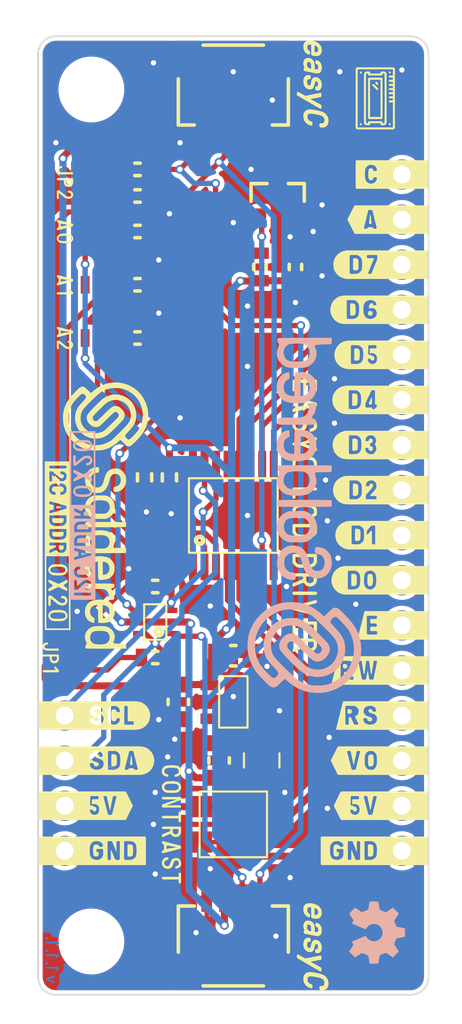
<source format=kicad_pcb>
(kicad_pcb (version 20210623) (generator pcbnew)
  (title_block (title "easyC LCD driver") (date "2021-06-09") (rev "V1.1.1.") (company "SOLDERED") (comment 1 "333003"))
  (layers (0 "F.Cu" signal) (31 "B.Cu" signal) (34 "B.Paste" user) (35 "F.Paste" user) (36 "B.SilkS" user "B.Silkscreen") (37 "F.SilkS" user "F.Silkscreen") (38 "B.Mask" user) (39 "F.Mask" user) (44 "Edge.Cuts" user))
  (net 0 "")
  (net 1 "5V")
  (net 2 "GND")
  (net 3 "3V3")
  (net 4 "A0")
  (net 5 "A1")
  (net 6 "A2")
  (net 7 "SDA")
  (net 8 "SCL")
  (net 9 "C")
  (net 10 "Net-(K3-Pad7)")
  (net 11 "P7")
  (net 12 "P6")
  (net 13 "P5")
  (net 14 "P4")
  (net 19 "P2")
  (net 20 "P1")
  (net 21 "P0")
  (net 22 "Net-(K4-Pad3)")
  (net 23 "Net-(L1-Pad1)")
  (net 24 "P3")
  (net 28 "SDA_PULL5")
  (net 29 "SCL_PULL5")
  (net 30 "SDA_PULL3,3")
  (net 31 "SCL_PULL3,3")
  (net 32 "SCL5")
  (net 33 "SDA5")
  (footprint "e-radionica.com footprinti:HEADER_MALE_4X1" (layer "F.Cu") (at 71.5 138.08 90)
    (fp_text reference "K5")
    (fp_text value "HEADER_MALE_4X1")
  )
  (footprint "buzzardLabel" (layer "F.Cu") (at 92.4 119.03)
    (fp_text reference "")
    (fp_text value "")
  )
  (footprint "buzzardLabel" (layer "F.Cu") (at 92.4 121.57)
    (fp_text reference "")
    (fp_text value "")
  )
  (footprint "buzzardLabel" (layer "F.Cu") (at 69.6 134.27)
    (fp_text reference "")
    (fp_text value "")
  )
  (footprint "buzzardLabel" (layer "F.Cu") (at 92.4 136.81)
    (fp_text reference "")
    (fp_text value "")
  )
  (footprint "buzzardLabel" (layer "F.Cu") (at 71.5 107 -90)
    (fp_text reference "")
    (fp_text value "")
  )
  (footprint "e-radionica.com footprinti:easyC-connector" (layer "F.Cu") (at 81 146.7 180)
    (fp_text reference "K1")
    (fp_text value "easyC-SMD")
  )
  (footprint "e-radionica.com footprinti:0603C" (layer "F.Cu") (at 77.4 120.85 -90)
    (fp_text reference "C4")
    (fp_text value "0.1uF")
  )
  (footprint "e-radionica.com footprinti:TSSOP-16" (layer "F.Cu") (at 81 123 90)
    (fp_text reference "U1")
    (fp_text value "TCA9534PWR")
  )
  (footprint "e-radionica.com footprinti:0603R" (layer "F.Cu") (at 75.6 110 180)
    (fp_text reference "R2")
    (fp_text value "100k")
  )
  (footprint "e-radionica.com footprinti:SMD_JUMPER" (layer "F.Cu") (at 73 110 180)
    (fp_text reference "JP2")
    (fp_text value "SMD_JUMPER")
  )
  (footprint "buzzardLabel" (layer "F.Cu") (at 71.5 113 -90)
    (fp_text reference "")
    (fp_text value "")
  )
  (footprint "buzzardLabel" (layer "F.Cu") (at 92.4 116.49)
    (fp_text reference "")
    (fp_text value "")
  )
  (footprint "buzzardLabel" (layer "F.Cu") (at 92.4 113.95)
    (fp_text reference "")
    (fp_text value "")
  )
  (footprint "buzzardLabel" (layer "F.Cu") (at 69.6 136.81)
    (fp_text reference "")
    (fp_text value "")
  )
  (footprint "buzzardLabel" (layer "F.Cu") (at 71.1 127.35 -90)
    (fp_text reference "")
    (fp_text value "")
  )
  (footprint "e-radionica.com footprinti:0805C" (layer "F.Cu") (at 81 130.9 180)
    (fp_text reference "C2")
    (fp_text value "CL10A226MPCNUBE")
  )
  (footprint "buzzardLabel" (layer "F.Cu") (at 92.4 106.33)
    (fp_text reference "")
    (fp_text value "")
  )
  (footprint "e-radionica.com footprinti:SOT-23-3" (layer "F.Cu") (at 83.5 105 90)
    (fp_text reference "Q1")
    (fp_text value "NMOS-SOT-23-3")
  )
  (footprint "buzzardLabel" (layer "F.Cu") (at 92.4 111.41)
    (fp_text reference "")
    (fp_text value "")
  )
  (footprint "buzzardLabel" (layer "F.Cu") (at 69.6 141.89)
    (fp_text reference "")
    (fp_text value "")
  )
  (footprint "e-radionica.com footprinti:0603R" (layer "F.Cu") (at 76.6 127)
    (fp_text reference "R8")
    (fp_text value "10k")
  )
  (footprint "Soldered Graphics:Logo-Front-easyC-5mm" (layer "F.Cu") (at 85.5 147.3 -90)
    (fp_text reference "G***" hide)
    (fp_text value "LOGO" hide)
  )
  (footprint "buzzardLabel" (layer "F.Cu") (at 92.4 103.79)
    (fp_text reference "")
    (fp_text value "")
  )
  (footprint "e-radionica.com footprinti:SMD_JUMPER" (layer "F.Cu") (at 73 107 180)
    (fp_text reference "JP1")
    (fp_text value "SMD_JUMPER")
  )
  (footprint "Soldered Graphics:Symbol-Front-LCD" (layer "F.Cu") (at 89 99.5 -90)
    (fp_text reference "G***" hide)
    (fp_text value "LOGO" hide)
  )
  (footprint "e-radionica.com footprinti:easyC-connector" (layer "F.Cu") (at 81 99.3)
    (fp_text reference "K2")
    (fp_text value "easyC-SMD")
  )
  (footprint "e-radionica.com footprinti:SMD_JUMPER_3_PAD_TRACE" (layer "F.Cu") (at 71.7 131 -90)
    (fp_text reference "JP4")
    (fp_text value "SMD_JUMPER_3_PAD_TRACE")
  )
  (footprint "e-radionica.com footprinti:0603R" (layer "F.Cu") (at 84.5 109 90)
    (fp_text reference "R5")
    (fp_text value "330R")
  )
  (footprint "e-radionica.com footprinti:tps613222a" (layer "F.Cu") (at 81 133.5 180)
    (fp_text reference "U2")
    (fp_text value "TPS613222A")
  )
  (footprint "Soldered Graphics:Logo-Front-SolderedFULL-15mm" (layer "F.Cu") (at 73.8 123 -90)
    (fp_text reference "REF**" hide)
    (fp_text value "Logo-Front-SolderedFULL-15mm" hide)
  )
  (footprint "e-radionica.com footprinti:0603R" (layer "F.Cu") (at 75.6 107 180)
    (fp_text reference "R1")
    (fp_text value "100k")
  )
  (footprint "buzzardLabel" (layer "F.Cu") (at 92.4 126.65)
    (fp_text reference "")
    (fp_text value "")
  )
  (footprint "buzzardLabel" (layer "F.Cu") (at 92.4 129.19)
    (fp_text reference "")
    (fp_text value "")
  )
  (footprint "Soldered Graphics:Logo-Front-easyC-5mm" (layer "F.Cu") (at 85.5 98.7 -90)
    (fp_text reference "G***" hide)
    (fp_text value "LOGO" hide)
  )
  (footprint "buzzardLabel" (layer "F.Cu") (at 85 123 -90)
    (fp_text reference "")
    (fp_text value "")
  )
  (footprint "e-radionica.com footprinti:0603R" (layer "F.Cu") (at 75.6 103.5 180)
    (fp_text reference "R10")
    (fp_text value "10k")
  )
  (footprint "buzzardLabel" (layer "F.Cu") (at 92.4 139.35)
    (fp_text reference "")
    (fp_text value "")
  )
  (footprint "buzzardLabel" (layer "F.Cu") (at 92.4 108.87)
    (fp_text reference "")
    (fp_text value "")
  )
  (footprint "buzzardLabel" (layer "F.Cu") (at 71.5 110 -90)
    (fp_text reference "")
    (fp_text value "")
  )
  (footprint "e-radionica.com footprinti:SMD_JUMPER_3_PAD_TRACE" (layer "F.Cu") (at 73 104.25 -90)
    (fp_text reference "JP5")
    (fp_text value "SMD_JUMPER_3_PAD_TRACE")
  )
  (footprint "buzzardLabel" (layer "F.Cu") (at 70.7 131 -90)
    (fp_text reference "")
    (fp_text value "")
  )
  (footprint "e-radionica.com footprinti:SMD_JUMPER" (layer "F.Cu") (at 73 113 180)
    (fp_text reference "JP3")
    (fp_text value "SMD_JUMPER")
  )
  (footprint "e-radionica.com footprinti:0603C" (layer "F.Cu") (at 76 120.85 -90)
    (fp_text reference "C3")
    (fp_text value "1uF")
  )
  (footprint "Soldered Graphics:Symbol-Front-I2C-ADDR-Field" (layer "F.Cu") (at 71.1 124.7 -90)
    (fp_text reference "REF**" hide)
    (fp_text value "Symbol-Front-I2C-ADDR-Field" hide)
  )
  (footprint "buzzardLabel" (layer "F.Cu") (at 77.5 140.4 -90)
    (fp_text reference "")
    (fp_text value "")
  )
  (footprint "buzzardLabel" (layer "F.Cu") (at 92.4 134.27)
    (fp_text reference "")
    (fp_text value "")
  )
  (footprint "e-radionica.com footprinti:SOT-363" (layer "F.Cu") (at 76.6 129 180)
    (fp_text reference "U3")
    (fp_text value "NMOS-DUAL")
  )
  (footprint "Soldered Graphics:Logo-Back-OSH-3.5mm" (layer "F.Cu") (at 89.1 146.5 -90)
    (fp_text reference "G***" hide)
    (fp_text value "LOGO" hide)
  )
  (footprint "buzzardLabel" (layer "F.Cu") (at 69.6 139.35)
    (fp_text reference "")
    (fp_text value "")
  )
  (footprint "buzzardLabel" (layer "F.Cu") (at 92.4 131.73)
    (fp_text reference "")
    (fp_text value "")
  )
  (footprint "Soldered Graphics:Logo-Back-SolderedFULL-20mm" (layer "F.Cu") (at 85 123 -90)
    (fp_text reference "REF**" hide)
    (fp_text value "Logo-Front-SolderedFULL-20mm" hide)
  )
  (footprint "e-radionica.com footprinti:0603R" (layer "F.Cu") (at 75.6 113 180)
    (fp_text reference "R3")
    (fp_text value "100k")
  )
  (footprint "e-radionica.com footprinti:0603R" (layer "F.Cu") (at 76.6 131 180)
    (fp_text reference "R9")
    (fp_text value "10k")
  )
  (footprint "e-radionica.com footprinti:0805C" (layer "F.Cu") (at 77.9 133.5 90)
    (fp_text reference "C1")
    (fp_text value "CL10A226MPCNUBE")
  )
  (footprint "buzzardLabel" (layer "F.Cu") (at 92.4 124.11)
    (fp_text reference "")
    (fp_text value "")
  )
  (footprint "e-radionica.com footprinti:0603R" (layer "F.Cu") (at 75.6 105)
    (fp_text reference "R6")
    (fp_text value "10k")
  )
  (footprint "e-radionica.com footprinti:FIDUCIAL_23" (layer "F.Cu") (at 89.5 147)
    (fp_text reference "FD1")
    (fp_text value "FIDUCIAL")
  )
  (footprint "buzzardLabel" (layer "F.Cu") (at 71.5 104.25 -90)
    (fp_text reference "")
    (fp_text value "")
  )
  (footprint "e-radionica.com footprinti:HOLE_3.2mm" (layer "F.Cu") (at 73 99)
    (fp_text reference "H2" hide)
    (fp_text value "HOLE_3.2mm" hide)
  )
  (footprint "e-radionica.com footprinti:HOLE_3.2mm" (layer "F.Cu") (at 73 147)
    (fp_text reference "H1" hide)
    (fp_text value "HOLE_3.2mm" hide)
  )
  (footprint "e-radionica.com footprinti:0806L" (layer "F.Cu") (at 82.6 136.8 -90)
    (fp_text reference "L1")
    (fp_text value "DFE201612E-2R2M=P2")
  )
  (footprint "e-radionica.com footprinti:tc33x-2-103e" (layer "F.Cu") (at 81 140.4 -90)
    (fp_text reference "R7")
    (fp_text value "tc33x-2-103e")
  )
  (footprint "e-radionica.com footprinti:0805C" (layer "F.Cu") (at 80.2 136.8 -90)
    (fp_text reference "C5")
    (fp_text value "C1608X7S1A475K080AC")
  )
  (footprint "e-radionica.com footprinti:0603R" (layer "F.Cu") (at 82.5 109 90)
    (fp_text reference "R4")
    (fp_text value "10k")
  )
  (footprint "buzzardLabel" (layer "F.Cu") (at 92.4 141.89)
    (fp_text reference "")
    (fp_text value "")
  )
  (footprint "Soldered Graphics:Version1.1.1." (layer "B.Cu") (at 70.8 148 90)
    (fp_text reference "REF**" hide)
    (fp_text value "Version1.1.1." hide)
  )
  (footprint "e-radionica.com footprinti:HEADER_MALE_8X1" (layer "B.Cu") (at 90.5 112.68 90)
    (fp_text reference "K3")
    (fp_text value "HEADER_MALE_8X1")
  )
  (footprint "buzzardLabel" (layer "B.Cu") (at 72.5 120.35 90)
    (fp_text reference "")
    (fp_text value "")
  )
  (footprint "e-radionica.com footprinti:HEADER_MALE_8X1" (layer "B.Cu") (at 90.5 133 90)
    (fp_text reference "K4")
    (fp_text value "HEADER_MALE_8X1")
  )
  (footprint "Soldered Graphics:Symbol-Front-I2C-ADDR-Field" (layer "B.Cu") (at 72.5 123 90)
    (fp_text reference "REF**" hide)
    (fp_text value "Symbol-Front-I2C-ADDR-Field" hide)
  )
  (gr_arc (start 71 149) (end 71 150) (angle 90) (layer "Edge.Cuts") (width 0.1))
  (gr_line (start 92 97) (end 92 149) (layer "Edge.Cuts") (width 0.1))
  (gr_arc (start 91 97) (end 91 96) (angle 90) (layer "Edge.Cuts") (width 0.1))
  (gr_arc (start 71 97) (end 71 96) (angle -90) (layer "Edge.Cuts") (width 0.1))
  (gr_line (start 70 149) (end 70 97) (layer "Edge.Cuts") (width 0.1))
  (gr_line (start 71 96) (end 91 96) (layer "Edge.Cuts") (width 0.1))
  (gr_arc (start 91 149) (end 91 150) (angle -90) (layer "Edge.Cuts") (width 0.1))
  (gr_line (start 91 150) (end 71 150) (layer "Edge.Cuts") (width 0.1))
  (segment (start 71.55 139.4) (end 74.49 139.4) (width 0.4) (layer "F.Cu") (net 1))
  (segment (start 77.15 132.6) (end 77.225 132.525) (width 0.4) (layer "F.Cu") (net 1))
  (segment (start 81.6 142.19) (end 80.8 141.39) (width 0.4) (layer "F.Cu") (net 1))
  (segment (start 72.65 108.35) (end 72.65 110) (width 0.3) (layer "F.Cu") (net 1))
  (segment (start 85.1 142.19) (end 81.6 142.19) (width 0.4) (layer "F.Cu") (net 1))
  (segment (start 70.8 132.59) (end 70.4 132.19) (width 0.4) (layer "F.Cu") (net 1))
  (segment (start 73.2 132.59) (end 70.8 132.59) (width 0.4) (layer "F.Cu") (net 1))
  (segment (start 76 137.89) (end 76 133.75) (width 0.4) (layer "F.Cu") (net 1))
  (segment (start 70.4 131.49) (end 70.89 131) (width 0.4) (layer "F.Cu") (net 1))
  (segment (start 76 133.75) (end 77.15 132.6) (width 0.4) (layer "F.Cu") (net 1))
  (segment (start 70.89 131) (end 71.7 131) (width 0.4) (layer "F.Cu") (net 1))
  (segment (start 74.49 139.4) (end 76 137.89) (width 0.4) (layer "F.Cu") (net 1))
  (segment (start 76 120.12) (end 77.4 120.12) (width 0.4) (layer "F.Cu") (net 1))
  (segment (start 80.8 141.39) (end 80.8 139.89) (width 0.4) (layer "F.Cu") (net 1))
  (segment (start 90.5 139.35) (end 87.94 139.35) (width 0.4) (layer "F.Cu") (net 1))
  (segment (start 70.4 132.19) (end 70.4 131.49) (width 0.4) (layer "F.Cu") (net 1))
  (segment (start 77.225 132.525) (end 77.9 132.525) (width 0.4) (layer "F.Cu") (net 1))
  (segment (start 80.31 139.4) (end 79.2 139.4) (width 0.4) (layer "F.Cu") (net 1))
  (segment (start 72.65 108.35) (end 72.65 108.85) (width 0.3) (layer "F.Cu") (net 1))
  (segment (start 78.725 120.1) (end 77.42 120.1) (width 0.4) (layer "F.Cu") (net 1))
  (segment (start 79.7 132.55) (end 79.7 131.225) (width 0.4) (layer "F.Cu") (net 1))
  (segment (start 79.675 132.525) (end 79.7 132.55) (width 0.4) (layer "F.Cu") (net 1))
  (segment (start 77.4 119.19) (end 77.4 120.12) (width 0.4) (layer "F.Cu") (net 1))
  (segment (start 80.025 129.975) (end 80.6 129.4) (width 0.4) (layer "F.Cu") (net 1))
  (segment (start 80.8 139.89) (end 80.31 139.4) (width 0.4) (layer "F.Cu") (net 1))
  (segment (start 77.42 120.1) (end 77.4 120.12) (width 0.4) (layer "F.Cu") (net 1))
  (segment (start 71.5 139.35) (end 71.54 139.39) (width 0.4) (layer "F.Cu") (net 1))
  (segment (start 82.5 109.775) (end 84.5 109.775) (width 0.4) (layer "F.Cu") (net 1))
  (segment (start 81.4 109.79) (end 82.485 109.79) (width 0.4) (layer "F.Cu") (net 1))
  (segment (start 72.65 107) (end 72.65 108.35) (width 0.3) (layer "F.Cu") (net 1))
  (segment (start 79.15 139.35) (end 79.2 139.4) (width 0.4) (layer "F.Cu") (net 1))
  (segment (start 71.5 139.35) (end 71.55 139.4) (width 0.4) (layer "F.Cu") (net 1))
  (segment (start 74.49 139.4) (end 79.2 139.4) (width 0.4) (layer "F.Cu") (net 1))
  (segment (start 79.7 131.225) (end 80.025 130.9) (width 0.4) (layer "F.Cu") (net 1))
  (segment (start 77.9 132.525) (end 79.675 132.525) (width 0.4) (layer "F.Cu") (net 1))
  (segment (start 72.65 113) (end 72.65 114.15) (width 0.3) (layer "F.Cu") (net 1))
  (segment (start 73.21 132.6) (end 73.2 132.59) (width 0.4) (layer "F.Cu") (net 1))
  (segment (start 82.485 109.79) (end 82.5 109.775) (width 0.4) (layer "F.Cu") (net 1))
  (segment (start 77.15 132.6) (end 73.21 132.6) (width 0.4) (layer "F.Cu") (net 1))
  (segment (start 87.94 139.35) (end 85.1 142.19) (width 0.4) (layer "F.Cu") (net 1))
  (segment (start 80.025 130.9) (end 80.025 129.975) (width 0.4) (layer "F.Cu") (net 1))
  (via (at 72.65 108.85) (size 0.5) (drill 0.3) (layers "F.Cu" "B.Cu") (net 1))
  (via (at 77.4 119.19) (size 0.5) (drill 0.3) (layers "F.Cu" "B.Cu") (net 1))
  (via (at 72.65 114.15) (size 0.5) (drill 0.3) (layers "F.Cu" "B.Cu") (net 1))
  (via (at 81.4 109.79) (size 0.5) (drill 0.3) (layers "F.Cu" "B.Cu") (net 1))
  (via (at 80.6 129.4) (size 0.5) (drill 0.3) (layers "F.Cu" "B.Cu") (net 1))
  (segment (start 72.65 108.85) (end 72.65 113.95) (width 0.3) (layer "B.Cu") (net 1))
  (segment (start 72.65 114.44) (end 77.4 119.19) (width 0.3) (layer "B.Cu") (net 1))
  (segment (start 80.9 110.29) (end 81.4 109.79) (width 0.4) (layer "B.Cu") (net 1))
  (segment (start 80.6 129.4) (end 80.9 129.1) (width 0.4) (layer "B.Cu") (net 1))
  (segment (start 80.9 129.1) (end 80.9 120.69) (width 0.4) (layer "B.Cu") (net 1))
  (segment (start 80.3 120.09) (end 79.4 119.19) (width 0.4) (layer "B.Cu") (net 1))
  (segment (start 72.65 113.95) (end 72.65 114.15) (width 0.3) (layer "B.Cu") (net 1))
  (segment (start 79.4 119.19) (end 77.4 119.19) (width 0.4) (layer "B.Cu") (net 1))
  (segment (start 80.9 120.69) (end 80.3 120.09) (width 0.4) (layer "B.Cu") (net 1))
  (segment (start 72.65 113.95) (end 72.65 114.44) (width 0.3) (layer "B.Cu") (net 1))
  (segment (start 80.9 120.69) (end 80.9 110.29) (width 0.4) (layer "B.Cu") (net 1))
  (via (at 82.9 131.5) (size 0.5) (drill 0.3) (layers "F.Cu" "B.Cu") (net 2))
  (via (at 86.3 139.5) (size 0.5) (drill 0.3) (layers "F.Cu" "B.Cu") (net 2))
  (via (at 81.8 123) (size 0.5) (drill 0.3) (layers "F.Cu" "B.Cu") (net 2))
  (via (at 86.3 123.3) (size 0.5) (drill 0.3) (layers "F.Cu" "B.Cu") (net 2))
  (via (at 78.9 146.5) (size 0.5) (drill 0.3) (layers "F.Cu" "B.Cu") (net 2))
  (via (at 78 117.5) (size 0.5) (drill 0.3) (layers "F.Cu" "B.Cu") (net 2))
  (via (at 90.5 97.9) (size 0.5) (drill 0.3) (layers "F.Cu" "B.Cu") (net 2))
  (via (at 81.8 114.6) (size 0.5) (drill 0.3) (layers "F.Cu" "B.Cu") (net 2))
  (via (at 76.5 140.4) (size 0.5) (drill 0.3) (layers "F.Cu" "B.Cu") (net 2))
  (via (at 76.6 138.6) (size 0.5) (drill 0.3) (layers "F.Cu" "B.Cu") (net 2))
  (via (at 86.7 115.3) (size 0.5) (drill 0.3) (layers "F.Cu" "B.Cu") (net 2))
  (via (at 83.2 99.6) (size 0.5) (drill 0.3) (layers "F.Cu" "B.Cu") (net 2))
  (via (at 83.9 138.6) (size 0.5) (drill 0.3) (layers "F.Cu" "B.Cu") (net 2))
  (via (at 84.5 111) (size 0.5) (drill 0.3) (layers "F.Cu" "B.Cu") (net 2))
  (via (at 86 105.5) (size 0.5) (drill 0.3) (layers "F.Cu" "B.Cu") (net 2))
  (via (at 87 98) (size 0.5) (drill 0.3) (layers "F.Cu" "B.Cu") (net 2))
  (via (at 85.5 107) (size 0.5) (drill 0.3) (layers "F.Cu" "B.Cu") (net 2))
  (via (at 86 109.5) (size 0.5) (drill 0.3) (layers "F.Cu" "B.Cu") (net 2))
  (via (at 86.4 135.5) (size 0.5) (drill 0.3) (layers "F.Cu" "B.Cu") (net 2))
  (via (at 75.1 126) (size 0.5) (drill 0.3) (layers "F.Cu" "B.Cu") (net 2))
  (via (at 84 127) (size 0.5) (drill 0.3) (layers "F.Cu" "B.Cu") (net 2))
  (via (at 72.2 128.4) (size 0.5) (drill 0.3) (layers "F.Cu" "B.Cu") (net 2))
  (via (at 77.7 135.6) (size 0.5) (drill 0.3) (layers "F.Cu" "B.Cu") (net 2))
  (via (at 79.7 128.1) (size 0.5) (drill 0.3) (layers "F.Cu" "B.Cu") (net 2))
  (via (at 76.1 122.8) (size 0.5) (drill 0.3) (layers "F.Cu" "B.Cu") (net 2))
  (via (at 84.2 107.3) (size 0.5) (drill 0.3) (layers "F.Cu" "B.Cu") (net 2))
  (via (at 81.8 111.2) (size 0.5) (drill 0.3) (layers "F.Cu" "B.Cu") (net 2))
  (via (at 76.6 143.2) (size 0.5) (drill 0.3) (layers "F.Cu" "B.Cu") (net 2))
  (via (at 77.5 122.9) (size 0.5) (drill 0.3) (layers "F.Cu" "B.Cu") (net 2))
  (via (at 86.7 117.8) (size 0.5) (drill 0.3) (layers "F.Cu" "B.Cu") (net 2))
  (via (at 79.7 142.9) (size 0.5) (drill 0.3) (layers "F.Cu" "B.Cu") (net 2))
  (via (at 81 98) (size 0.5) (drill 0.3) (layers "F.Cu" "B.Cu") (net 2))
  (via (at 83.4 146.7) (size 0.5) (drill 0.3) (layers "F.Cu" "B.Cu") (net 2))
  (via (at 71 102) (size 0.5) (drill 0.3) (layers "F.Cu" "B.Cu") (net 2))
  (via (at 86.9 125.4) (size 0.5) (drill 0.3) (layers "F.Cu" "B.Cu") (net 2))
  (via (at 76.8 108.6) (size 0.5) (drill 0.3) (layers "F.Cu" "B.Cu") (net 2))
  (via (at 84.2 143.4) (size 0.5) (drill 0.3) (layers "F.Cu" "B.Cu") (net 2))
  (via (at 77.4 106) (size 0.5) (drill 0.3) (layers "F.Cu" "B.Cu") (net 2))
  (via (at 81 106.5) (size 0.5) (drill 0.3) (layers "F.Cu" "B.Cu") (net 2))
  (via (at 83.6 134) (size 0.5) (drill 0.3) (layers "F.Cu" "B.Cu") (net 2))
  (via (at 77.3 136.6) (size 0.5) (drill 0.3) (layers "F.Cu" "B.Cu") (net 2))
  (via (at 76.8 111.6) (size 0.5) (drill 0.3) (layers "F.Cu" "B.Cu") (net 2))
  (via (at 78 102) (size 0.5) (drill 0.3) (layers "F.Cu" "B.Cu") (net 2))
  (via (at 82 103.5) (size 0.5) (drill 0.3) (layers "F.Cu" "B.Cu") (net 2))
  (via (at 86.2 121) (size 0.5) (drill 0.3) (layers "F.Cu" "B.Cu") (net 2))
  (via (at 81 133.2) (size 0.5) (drill 0.3) (layers "F.Cu" "B.Cu") (net 2))
  (via (at 76.8 134.5) (size 0.5) (drill 0.3) (layers "F.Cu" "B.Cu") (net 2))
  (via (at 76.5 97.5) (size 0.5) (drill 0.3) (layers "F.Cu" "B.Cu") (net 2))
  (via (at 87.9 128) (size 0.5) (drill 0.3) (layers "F.Cu" "B.Cu") (net 2))
  (segment (start 77.52 129) (end 75.68 129) (width 0.4) (layer "F.Cu") (net 3))
  (segment (start 80.2 137.775) (end 78.875 137.775) (width 0.4) (layer "F.Cu") (net 3))
  (segment (start 80.2 137.775) (end 82.525 137.775) (width 0.4) (layer "F.Cu") (net 3))
  (segment (start 78.6 129.1) (end 78.5 129) (width 0.4) (layer "F.Cu") (net 3))
  (segment (start 78.875 137.775) (end 78.5 137.4) (width 0.4) (layer "F.Cu") (net 3))
  (segment (start 80.5 144.55) (end 80.5 146.09) (width 0.4) (layer "F.Cu") (net 3))
  (segment (start 78.5 129) (end 77.52 129) (width 0.4) (layer "F.Cu") (net 3))
  (segment (start 75.2 102.3) (end 78.1 99.4) (width 0.4) (layer "F.Cu") (net 3))
  (segment (start 75.68 129) (end 74.7 129) (width 0.4) (layer "F.Cu") (net 3))
  (segment (start 72.22998 104.25) (end 71.4 103.42002) (width 0.4) (layer "F.Cu") (net 3))
  (segment (start 80.6 99.4) (end 81.5 100.3) (width 0.4) (layer "F.Cu") (net 3))
  (segment (start 82.525 137.775) (end 82.6 137.7) (width 0.4) (layer "F.Cu") (net 3))
  (segment (start 78.1 99.4) (end 80.6 99.4) (width 0.4) (layer "F.Cu") (net 3))
  (segment (start 71.9 102.3) (end 75.2 102.3) (width 0.4) (layer "F.Cu") (net 3))
  (segment (start 73 104.25) (end 72.22998 104.25) (width 0.4) (layer "F.Cu") (net 3))
  (segment (start 81.5 100.3) (end 81.5 101.45) (width 0.4) (layer "F.Cu") (net 3))
  (segment (start 71.4 103.42002) (end 71.4 102.89) (width 0.4) (layer "F.Cu") (net 3))
  (segment (start 71.4 102.8) (end 71.9 102.3) (width 0.4) (layer "F.Cu") (net 3))
  (segment (start 82.23 137.43) (end 82.3 137.5) (width 0.4) (layer "F.Cu") (net 3))
  (segment (start 71.4 102.89) (end 71.4 102.8) (width 0.4) (layer "F.Cu") (net 3))
  (via (at 74.7 129) (size 0.5) (drill 0.3) (layers "F.Cu" "B.Cu") (net 3))
  (via (at 80.5 146.09) (size 0.5) (drill 0.3) (layers "F.Cu" "B.Cu") (net 3))
  (via (at 71.4 102.89) (size 0.5) (drill 0.3) (layers "F.Cu" "B.Cu") (net 3))
  (via (at 78.6 129.1) (size 0.5) (drill 0.3) (layers "F.Cu" "B.Cu") (net 3))
  (via (at 78.5 137.4) (size 0.5) (drill 0.3) (layers "F.Cu" "B.Cu") (net 3))
  (segment (start 78.5 137.4) (end 78.5 144.09) (width 0.4) (layer "B.Cu") (net 3))
  (segment (start 78.5 129.2) (end 78.6 129.1) (width 0.4) (layer "B.Cu") (net 3))
  (segment (start 74.7 129) (end 71.4 125.7) (width 0.4) (layer "B.Cu") (net 3))
  (segment (start 78.5 137.4) (end 78.5 129.2) (width 0.4) (layer "B.Cu") (net 3))
  (segment (start 78.5 144.09) (end 80.5 146.09) (width 0.4) (layer "B.Cu") (net 3))
  (segment (start 71.4 125.7) (end 71.4 102.89) (width 0.4) (layer "B.Cu") (net 3))
  (segment (start 71.1 111.382865) (end 71.1 106.5) (width 0.3) (layer "F.Cu") (net 4))
  (segment (start 76.2 125.79) (end 71.09998 120.68998) (width 0.3) (layer "F.Cu") (net 4))
  (segment (start 73.1 105.9) (end 73.35 106.15) (width 0.3) (layer "F.Cu") (net 4))
  (segment (start 71.7 105.9) (end 73.1 105.9) (width 0.3) (layer "F.Cu") (net 4))
  (segment (start 71.09998 120.68998) (end 71.09998 111.382885) (width 0.3) (layer "F.Cu") (net 4))
  (segment (start 71.1 106.5) (end 71.7 105.9) (width 0.3) (layer "F.Cu") (net 4))
  (segment (start 73.35 106.15) (end 73.35 107) (width 0.3) (layer "F.Cu") (net 4))
  (segment (start 73.35 107) (end 74.825 107) (width 0.3) (layer "F.Cu") (net 4))
  (segment (start 78.615 125.79) (end 76.2 125.79) (width 0.3) (layer "F.Cu") (net 4))
  (segment (start 78.725 125.9) (end 78.615 125.79) (width 0.3) (layer "F.Cu") (net 4))
  (segment (start 71.09998 111.382885) (end 71.1 111.382865) (width 0.3) (layer "F.Cu") (net 4))
  (segment (start 79.375 125.9) (end 79.375 124.765) (width 0.3) (layer "F.Cu") (net 5))
  (segment (start 79.1 124.49) (end 75.7 124.49) (width 0.3) (layer "F.Cu") (net 5))
  (segment (start 75.7 124.49) (end 71.6 120.39) (width 0.3) (layer "F.Cu") (net 5))
  (segment (start 79.375 124.765) (end 79.1 124.49) (width 0.3) (layer "F.Cu") (net 5))
  (segment (start 73.35 110.74) (end 73.35 110) (width 0.3) (layer "F.Cu") (net 5))
  (segment (start 71.6 112.49) (end 73.35 110.74) (width 0.3) (layer "F.Cu") (net 5))
  (segment (start 71.6 120.39) (end 71.6 112.49) (width 0.3) (layer "F.Cu") (net 5))
  (segment (start 73.35 110) (end 74.825 110) (width 0.3) (layer "F.Cu") (net 5))
  (segment (start 80.025 124.615) (end 79.4 123.99) (width 0.3) (layer "F.Cu") (net 6))
  (segment (start 80.025 125.9) (end 80.025 124.615) (width 0.3) (layer "F.Cu") (net 6))
  (segment (start 79.4 123.99) (end 75.907136 123.99) (width 0.3) (layer "F.Cu") (net 6))
  (segment (start 73.35 121.432864) (end 73.35 113) (width 0.3) (layer "F.Cu") (net 6))
  (segment (start 75.907136 123.99) (end 73.35 121.432864) (width 0.3) (layer "F.Cu") (net 6))
  (segment (start 73.35 113) (end 74.825 113) (width 0.3) (layer "F.Cu") (net 6))
  (segment (start 78.29 105) (end 76.375 105) (width 0.3) (layer "F.Cu") (net 7))
  (segment (start 77.67 129.8) (end 79.2 129.8) (width 0.3) (layer "F.Cu") (net 7))
  (segment (start 77.85 129.65) (end 77.52 129.65) (width 0.3) (layer "F.Cu") (net 7))
  (segment (start 81.5 143.39) (end 81.5 144.55) (width 0.3) (layer "F.Cu") (net 7))
  (segment (start 77.52 129.65) (end 77.67 129.8) (width 0.3) (layer "F.Cu") (net 7))
  (segment (start 80.5 102.79) (end 80.195 103.095) (width 0.3) (layer "F.Cu") (net 7))
  (segment (start 79.45 103.84) (end 78.29 105) (width 0.3) (layer "F.Cu") (net 7))
  (segment (start 80.195 103.095) (end 79.45 103.84) (width 0.3) (layer "F.Cu") (net 7))
  (segment (start 80.5 101.45) (end 80.5 102.79) (width 0.3) (layer "F.Cu") (net 7))
  (segment (start 79.375 103.915) (end 79.45 103.84) (width 0.3) (layer "F.Cu") (net 7))
  (via (at 80.195 103.095) (size 0.5) (drill 0.3) (layers "F.Cu" "B.Cu") (net 7))
  (via (at 81.5 143.39) (size 0.5) (drill 0.3) (layers "F.Cu" "B.Cu") (net 7))
  (via (at 79.2 129.8) (size 0.5) (drill 0.3) (layers "F.Cu" "B.Cu") (net 7))
  (segment (start 83.3 129.6) (end 83.3 106.2) (width 0.3) (layer "B.Cu") (net 7))
  (segment (start 79.4 141.29) (end 81.5 143.39) (width 0.3) (layer "B.Cu") (net 7))
  (segment (start 79.4 135.1) (end 79.4 141.29) (width 0.3) (layer "B.Cu") (net 7))
  (segment (start 79.2 129.8) (end 79.4 130) (width 0.3) (layer "B.Cu") (net 7))
  (segment (start 83.3 106.2) (end 80.195 103.095) (width 0.3) (layer "B.Cu") (net 7))
  (segment (start 79.4 130) (end 79.4 133.5) (width 0.3) (layer "B.Cu") (net 7))
  (segment (start 79.4 135.1) (end 79.4 133.5) (width 0.3) (layer "B.Cu") (net 7))
  (segment (start 79.4 133.5) (end 83.3 129.6) (width 0.3) (layer "B.Cu") (net 7))
  (segment (start 80 114.1) (end 80 111.3) (width 0.3) (layer "F.Cu") (net 8))
  (segment (start 79.5 101.99) (end 77.99 103.5) (width 0.3) (layer "F.Cu") (net 8))
  (segment (start 74.6 119.5) (end 80 114.1) (width 0.3) (layer "F.Cu") (net 8))
  (segment (start 82.5 144.55) (end 82.5 143.19) (width 0.3) (layer "F.Cu") (net 8))
  (segment (start 79.5 101.45) (end 79.5 101.99) (width 0.3) (layer "F.Cu") (net 8))
  (segment (start 80 104.29) (end 80.025 104.315) (width 0.3) (layer "F.Cu") (net 8))
  (segment (start 84.8 112.3) (end 81 112.3) (width 0.3) (layer "F.Cu") (net 8))
  (segment (start 77.99 103.5) (end 76.375 103.5) (width 0.3) (layer "F.Cu") (net 8))
  (segment (start 75.35 128.35) (end 75 128) (width 0.3) (layer "F.Cu") (net 8))
  (segment (start 75.68 128.35) (end 75.35 128.35) (width 0.3) (layer "F.Cu") (net 8))
  (segment (start 80 111.3) (end 80 104.29) (width 0.3) (layer "F.Cu") (net 8))
  (segment (start 81 112.3) (end 80 111.3) (width 0.3) (layer "F.Cu") (net 8))
  (via (at 80 104.29) (size 0.5) (drill 0.3) (layers "F.Cu" "B.Cu") (net 8))
  (via (at 74.6 119.5) (size 0.5) (drill 0.3) (layers "F.Cu" "B.Cu") (net 8))
  (via (at 82.5 143.19) (size 0.5) (drill 0.3) (layers "F.Cu" "B.Cu") (net 8))
  (via (at 77.99 103.5) (size 0.5) (drill 0.3) (layers "F.Cu" "B.Cu") (net 8))
  (via (at 75 128) (size 0.5) (drill 0.3) (layers "F.Cu" "B.Cu") (net 8))
  (via (at 84.8 112.3) (size 0.5) (drill 0.3) (layers "F.Cu" "B.Cu") (net 8))
  (segment (start 74.5 124.8) (end 74.5 119.6) (width 0.3) (layer "B.Cu") (net 8))
  (segment (start 74.5 127.5) (end 74.5 124.8) (width 0.3) (layer "B.Cu") (net 8))
  (segment (start 82.5 143.1) (end 82.5 143.19) (width 0.3) (layer "B.Cu") (net 8))
  (segment (start 80 104.29) (end 78.78 104.29) (width 0.3) (layer "B.Cu") (net 8))
  (segment (start 74.5 119.6) (end 74.6 119.5) (width 0.3) (layer "B.Cu") (net 8))
  (segment (start 78.78 104.29) (end 77.99 103.5) (width 0.3) (layer "B.Cu") (net 8))
  (segment (start 84.8 140.8) (end 82.5 143.1) (width 0.3) (layer "B.Cu") (net 8))
  (segment (start 75 128) (end 74.5 127.5) (width 0.3) (layer "B.Cu") (net 8))
  (segment (start 84.8 112.3) (end 84.8 140.8) (width 0.3) (layer "B.Cu") (net 8))
  (segment (start 83.5 103.8) (end 90.49 103.8) (width 0.4) (layer "F.Cu") (net 9))
  (segment (start 90.49 103.8) (end 90.5 103.79) (width 0.4) (layer "F.Cu") (net 9))
  (segment (start 90.5 106.33) (end 87.46 106.33) (width 0.4) (layer "F.Cu") (net 10))
  (segment (start 85.565 108.225) (end 84.5 108.225) (width 0.4) (layer "F.Cu") (net 10))
  (segment (start 87.46 106.33) (end 85.565 108.225) (width 0.4) (layer "F.Cu") (net 10))
  (segment (start 81.325 120.1) (end 81.325 117.575) (width 0.3) (layer "F.Cu") (net 11))
  (segment (start 90.03 108.87) (end 90.5 108.87) (width 0.3) (layer "F.Cu") (net 11))
  (segment (start 81.325 117.575) (end 90.03 108.87) (width 0.3) (layer "F.Cu") (net 11))
  (segment (start 81.975 120.1) (end 81.975 117.815) (width 0.3) (layer "F.Cu") (net 12))
  (segment (start 88.38 111.41) (end 90.5 111.41) (width 0.3) (layer "F.Cu") (net 12))
  (segment (start 81.975 117.815) (end 88.38 111.41) (width 0.3) (layer "F.Cu") (net 12))
  (segment (start 86.65 113.95) (end 90.5 113.95) (width 0.3) (layer "F.Cu") (net 13))
  (segment (start 82.625 120.1) (end 82.625 117.975) (width 0.3) (layer "F.Cu") (net 13))
  (segment (start 82.625 117.975) (end 86.65 113.95) (width 0.3) (layer "F.Cu") (net 13))
  (segment (start 85.01 116.49) (end 90.5 116.49) (width 0.3) (layer "F.Cu") (net 14))
  (segment (start 83.275 118.225) (end 85.01 116.49) (width 0.3) (layer "F.Cu") (net 14))
  (segment (start 83.275 120.1) (end 83.275 118.225) (width 0.3) (layer "F.Cu") (net 14))
  (segment (start 81.975 127.565) (end 83.6 129.19) (width 0.3) (layer "F.Cu") (net 19))
  (segment (start 81.975 125.9) (end 81.975 127.565) (width 0.3) (layer "F.Cu") (net 19))
  (segment (start 83.6 129.19) (end 90.5 129.19) (width 0.3) (layer "F.Cu") (net 19))
  (segment (start 81.325 127.707864) (end 85.347136 131.73) (width 0.3) (layer "F.Cu") (net 20))
  (segment (start 81.325 125.9) (end 81.325 127.707864) (width 0.3) (layer "F.Cu") (net 20))
  (segment (start 85.347136 131.73) (end 90.5 131.73) (width 0.3) (layer "F.Cu") (net 20))
  (segment (start 80.675 127.765) (end 87.18 134.27) (width 0.3) (layer "F.Cu") (net 21))
  (segment (start 80.675 125.9) (end 80.675 127.765) (width 0.3) (layer "F.Cu") (net 21))
  (segment (start 87.18 134.27) (end 90.5 134.27) (width 0.3) (layer "F.Cu") (net 21))
  (segment (start 87.28 136.81) (end 90.5 136.81) (width 0.4) (layer "F.Cu") (net 22))
  (segment (start 82.45 140.4) (end 83.69 140.4) (width 0.4) (layer "F.Cu") (net 22))
  (segment (start 83.69 140.4) (end 87.28 136.81) (width 0.4) (layer "F.Cu") (net 22))
  (segment (start 82.6 134.75) (end 82.3 134.45) (width 0.4) (layer "F.Cu") (net 23))
  (segment (start 82.6 135.9) (end 82.6 134.75) (width 0.4) (layer "F.Cu") (net 23))
  (segment (start 82.6 107.29) (end 82.6 108.125) (width 0.3) (layer "F.Cu") (net 24))
  (segment (start 82.625 125.9) (end 82.625 124.415) (width 0.3) (layer "F.Cu") (net 24))
  (segment (start 82.6 106.25) (end 82.55 106.2) (width 0.3) (layer "F.Cu") (net 24))
  (segment (start 82.6 108.125) (end 82.5 108.225) (width 0.3) (layer "F.Cu") (net 24))
  (segment (start 82.6 107.29) (end 82.6 106.25) (width 0.3) (layer "F.Cu") (net 24))
  (segment (start 82.625 124.415) (end 82.6 124.39) (width 0.3) (layer "F.Cu") (net 24))
  (via (at 82.6 124.39) (size 0.5) (drill 0.3) (layers "F.Cu" "B.Cu") (net 24))
  (via (at 82.6 107.29) (size 0.5) (drill 0.3) (layers "F.Cu" "B.Cu") (net 24))
  (segment (start 82.6 124.39) (end 82.6 107.29) (width 0.3) (layer "B.Cu") (net 24))
  (segment (start 73.9 131.7) (end 74.6 131) (width 0.3) (layer "F.Cu") (net 28))
  (segment (start 74.6 131) (end 75.825 131) (width 0.3) (layer "F.Cu") (net 28))
  (segment (start 71.7 131.7) (end 73.9 131.7) (width 0.3) (layer "F.Cu") (net 28))
  (segment (start 71.7 130.3) (end 75 127) (width 0.3) (layer "F.Cu") (net 29))
  (segment (start 75 127) (end 75.825 127) (width 0.3) (layer "F.Cu") (net 29))
  (segment (start 74.775 104.95) (end 74.825 105) (width 0.3) (layer "F.Cu") (net 30))
  (segment (start 73 104.95) (end 74.775 104.95) (width 0.3) (layer "F.Cu") (net 30))
  (segment (start 74.775 103.55) (end 74.825 103.5) (width 0.3) (layer "F.Cu") (net 31))
  (segment (start 73 103.55) (end 74.775 103.55) (width 0.3) (layer "F.Cu") (net 31))
  (segment (start 77.5 127.9) (end 77.5 127.125) (width 0.3) (layer "F.Cu") (net 32))
  (segment (start 77.52 128.35) (end 77.52 127.92) (width 0.3) (layer "F.Cu") (net 32))
  (segment (start 79.3 122.8) (end 80.025 122.075) (width 0.3) (layer "F.Cu") (net 32))
  (segment (start 80.025 122.075) (end 80.025 120.1) (width 0.3) (layer "F.Cu") (net 32))
  (segment (start 77.52 127.92) (end 77.5 127.9) (width 0.3) (layer "F.Cu") (net 32))
  (segment (start 77.52 127.145) (end 77.375 127) (width 0.3) (layer "F.Cu") (net 32))
  (segment (start 80 120.125) (end 80.025 120.1) (width 0.3) (layer "F.Cu") (net 32))
  (segment (start 77.5 127.125) (end 77.375 127) (width 0.3) (layer "F.Cu") (net 32))
  (via (at 79.3 122.8) (size 0.5) (drill 0.3) (layers "F.Cu" "B.Cu") (net 32))
  (via (at 77.5 127.9) (size 0.5) (drill 0.3) (layers "F.Cu" "B.Cu") (net 32))
  (segment (start 71.5 134.27) (end 71.62 134.27) (width 0.3) (layer "B.Cu") (net 32))
  (segment (start 77.5 127.9) (end 71.5 133.9) (width 0.3) (layer "B.Cu") (net 32))
  (segment (start 79.3 122.8) (end 79.3 126.1) (width 0.3) (layer "B.Cu") (net 32))
  (segment (start 79.3 126.1) (end 77.5 127.9) (width 0.3) (layer "B.Cu") (net 32))
  (segment (start 71.5 133.9) (end 71.5 134.27) (width 0.3) (layer "B.Cu") (net 32))
  (segment (start 76.6 130.225) (end 77.375 131) (width 0.3) (layer "F.Cu") (net 33))
  (segment (start 76.05 129.65) (end 75.68 129.65) (width 0.3) (layer "F.Cu") (net 33))
  (segment (start 76.6 130.2) (end 76.6 130.225) (width 0.3) (layer "F.Cu") (net 33))
  (segment (start 79.375 121.525) (end 79.375 120.1) (width 0.3) (layer "F.Cu") (net 33))
  (segment (start 76.6 130.2) (end 76.05 129.65) (width 0.3) (layer "F.Cu") (net 33))
  (segment (start 77.375 131) (end 77.375 130.965) (width 0.3) (layer "F.Cu") (net 33))
  (segment (start 79.3 121.6) (end 79.375 121.525) (width 0.3) (layer "F.Cu") (net 33))
  (via (at 79.3 121.6) (size 0.5) (drill 0.3) (layers "F.Cu" "B.Cu") (net 33))
  (via (at 76.6 130.2) (size 0.5) (drill 0.3) (layers "F.Cu" "B.Cu") (net 33))
  (segment (start 78.099989 128.100011) (end 80 126.2) (width 0.3) (layer "B.Cu") (net 33))
  (segment (start 80 126.2) (end 80 122.3) (width 0.3) (layer "B.Cu") (net 33))
  (segment (start 80 122.3) (end 79.3 121.6) (width 0.3) (layer "B.Cu") (net 33))
  (segment (start 73.7 135.49) (end 72.38 136.81) (width 0.3) (layer "B.Cu") (net 33))
  (segment (start 72.38 136.81) (end 71.5 136.81) (width 0.3) (layer "B.Cu") (net 33))
  (segment (start 76.6 130.2) (end 73.7 133.1) (width 0.3) (layer "B.Cu") (net 33))
  (segment (start 78.099989 128.700011) (end 78.099989 128.100011) (width 0.3) (layer "B.Cu") (net 33))
  (segment (start 76.6 130.2) (end 78.099989 128.700011) (width 0.3) (layer "B.Cu") (net 33))
  (segment (start 73.7 133.1) (end 73.7 135.49) (width 0.3) (layer "B.Cu") (net 33))
  (zone (net 2) (net_name "GND") (layers F&B.Cu) (connect_pads (clearance 0.254)) (min_thickness 0.254) (fill yes (thermal_gap 0.254) (thermal_bridge_width 0.254))
    (polygon (pts (xy 92 150) (xy 70 150) (xy 70 96) (xy 92 96)))
  )
)
</source>
